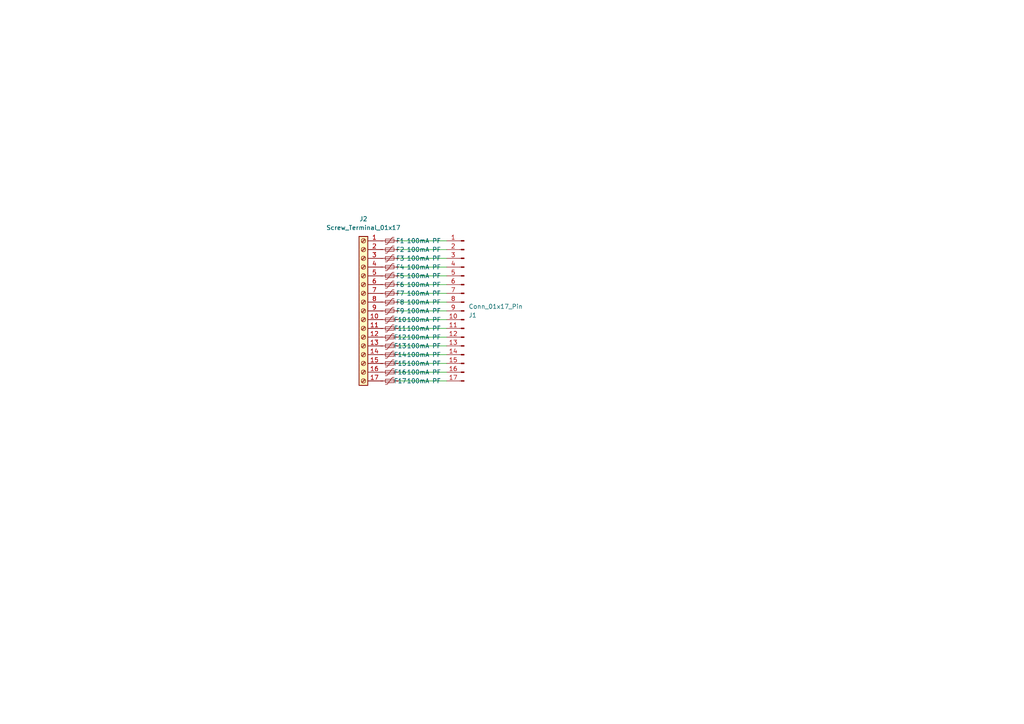
<source format=kicad_sch>
(kicad_sch (version 20250114) (generator "eeschema") (generator_version "9.0")
  (paper "A4")
  (lib_symbols
    (symbol "Connector:Conn_01x17_Pin" (pin_names (offset 1.016) (hide yes))
      (property "Reference" "J" (at 0 22.86 0))
      (property "Value" "Conn_01x17_Pin" (at 0 -22.86 0))
      (symbol "Conn_01x17_Pin_1_1"
        (rectangle (start 0.8636 20.447) (end 0 20.193) (stroke (width 0.1524)) (fill (type outline)))
        (rectangle (start 0.8636 17.907) (end 0 17.653) (stroke (width 0.1524)) (fill (type outline)))
        (rectangle (start 0.8636 15.367) (end 0 15.113) (stroke (width 0.1524)) (fill (type outline)))
        (rectangle (start 0.8636 12.827) (end 0 12.573) (stroke (width 0.1524)) (fill (type outline)))
        (rectangle (start 0.8636 10.287) (end 0 10.033) (stroke (width 0.1524)) (fill (type outline)))
        (rectangle (start 0.8636 7.747) (end 0 7.493) (stroke (width 0.1524)) (fill (type outline)))
        (rectangle (start 0.8636 5.207) (end 0 4.953) (stroke (width 0.1524)) (fill (type outline)))
        (rectangle (start 0.8636 2.667) (end 0 2.413) (stroke (width 0.1524)) (fill (type outline)))
        (rectangle (start 0.8636 0.127) (end 0 -0.127) (stroke (width 0.1524)) (fill (type outline)))
        (rectangle (start 0.8636 -2.413) (end 0 -2.667) (stroke (width 0.1524)) (fill (type outline)))
        (rectangle (start 0.8636 -4.953) (end 0 -5.207) (stroke (width 0.1524)) (fill (type outline)))
        (rectangle (start 0.8636 -7.493) (end 0 -7.747) (stroke (width 0.1524)) (fill (type outline)))
        (rectangle (start 0.8636 -10.033) (end 0 -10.287) (stroke (width 0.1524)) (fill (type outline)))
        (rectangle (start 0.8636 -12.573) (end 0 -12.827) (stroke (width 0.1524)) (fill (type outline)))
        (rectangle (start 0.8636 -15.113) (end 0 -15.367) (stroke (width 0.1524)) (fill (type outline)))
        (rectangle (start 0.8636 -17.653) (end 0 -17.907) (stroke (width 0.1524)) (fill (type outline)))
        (rectangle (start 0.8636 -20.193) (end 0 -20.447) (stroke (width 0.1524)) (fill (type outline)))
        (polyline (pts (xy 1.27 20.32) (xy 0.8636 20.32)) (stroke (width 0.1524)))
        (polyline (pts (xy 1.27 17.78) (xy 0.8636 17.78)) (stroke (width 0.1524)))
        (polyline (pts (xy 1.27 15.24) (xy 0.8636 15.24)) (stroke (width 0.1524)))
        (polyline (pts (xy 1.27 12.7) (xy 0.8636 12.7)) (stroke (width 0.1524)))
        (polyline (pts (xy 1.27 10.16) (xy 0.8636 10.16)) (stroke (width 0.1524)))
        (polyline (pts (xy 1.27 7.62) (xy 0.8636 7.62)) (stroke (width 0.1524)))
        (polyline (pts (xy 1.27 5.08) (xy 0.8636 5.08)) (stroke (width 0.1524)))
        (polyline (pts (xy 1.27 2.54) (xy 0.8636 2.54)) (stroke (width 0.1524)))
        (polyline (pts (xy 1.27 0) (xy 0.8636 0)) (stroke (width 0.1524)))
        (polyline (pts (xy 1.27 -2.54) (xy 0.8636 -2.54)) (stroke (width 0.1524)))
        (polyline (pts (xy 1.27 -5.08) (xy 0.8636 -5.08)) (stroke (width 0.1524)))
        (polyline (pts (xy 1.27 -7.62) (xy 0.8636 -7.62)) (stroke (width 0.1524)))
        (polyline (pts (xy 1.27 -10.16) (xy 0.8636 -10.16)) (stroke (width 0.1524)))
        (polyline (pts (xy 1.27 -12.7) (xy 0.8636 -12.7)) (stroke (width 0.1524)))
        (polyline (pts (xy 1.27 -15.24) (xy 0.8636 -15.24)) (stroke (width 0.1524)))
        (polyline (pts (xy 1.27 -17.78) (xy 0.8636 -17.78)) (stroke (width 0.1524)))
        (polyline (pts (xy 1.27 -20.32) (xy 0.8636 -20.32)) (stroke (width 0.1524)))
        (pin passive line (at 5.08 20.32 180) (length 3.81) (name "Pin_1") (number "1"))
        (pin passive line (at 5.08 17.78 180) (length 3.81) (name "Pin_2") (number "2"))
        (pin passive line (at 5.08 15.24 180) (length 3.81) (name "Pin_3") (number "3"))
        (pin passive line (at 5.08 12.7 180) (length 3.81) (name "Pin_4") (number "4"))
        (pin passive line (at 5.08 10.16 180) (length 3.81) (name "Pin_5") (number "5"))
        (pin passive line (at 5.08 7.62 180) (length 3.81) (name "Pin_6") (number "6"))
        (pin passive line (at 5.08 5.08 180) (length 3.81) (name "Pin_7") (number "7"))
        (pin passive line (at 5.08 2.54 180) (length 3.81) (name "Pin_8") (number "8"))
        (pin passive line (at 5.08 0 180) (length 3.81) (name "Pin_9") (number "9"))
        (pin passive line (at 5.08 -2.54 180) (length 3.81) (name "Pin_10") (number "10"))
        (pin passive line (at 5.08 -5.08 180) (length 3.81) (name "Pin_11") (number "11"))
        (pin passive line (at 5.08 -7.62 180) (length 3.81) (name "Pin_12") (number "12"))
        (pin passive line (at 5.08 -10.16 180) (length 3.81) (name "Pin_13") (number "13"))
        (pin passive line (at 5.08 -12.7 180) (length 3.81) (name "Pin_14") (number "14"))
        (pin passive line (at 5.08 -15.24 180) (length 3.81) (name "Pin_15") (number "15"))
        (pin passive line (at 5.08 -17.78 180) (length 3.81) (name "Pin_16") (number "16"))
        (pin passive line (at 5.08 -20.32 180) (length 3.81) (name "Pin_17") (number "17"))
      )
    )
    (symbol "Connector:Screw_Terminal_01x17" (pin_names (offset 1.016) (hide yes))
      (property "Reference" "J" (at 0 22.86 0))
      (property "Value" "Screw_Terminal_01x17" (at 0 -22.86 0))
      (symbol "Screw_Terminal_01x17_1_1"
        (rectangle (start -1.27 21.59) (end 1.27 -21.59) (stroke (width 0.254)) (fill (type background)))
        (polyline (pts (xy -0.5334 20.6502) (xy 0.3302 19.812)) (stroke (width 0.1524)))
        (polyline (pts (xy -0.5334 18.1102) (xy 0.3302 17.272)) (stroke (width 0.1524)))
        (polyline (pts (xy -0.5334 15.5702) (xy 0.3302 14.732)) (stroke (width 0.1524)))
        (polyline (pts (xy -0.5334 13.0302) (xy 0.3302 12.192)) (stroke (width 0.1524)))
        (polyline (pts (xy -0.5334 10.4902) (xy 0.3302 9.652)) (stroke (width 0.1524)))
        (polyline (pts (xy -0.5334 7.9502) (xy 0.3302 7.112)) (stroke (width 0.1524)))
        (polyline (pts (xy -0.5334 5.4102) (xy 0.3302 4.572)) (stroke (width 0.1524)))
        (polyline (pts (xy -0.5334 2.8702) (xy 0.3302 2.032)) (stroke (width 0.1524)))
        (polyline (pts (xy -0.5334 0.3302) (xy 0.3302 -0.508)) (stroke (width 0.1524)))
        (polyline (pts (xy -0.5334 -2.2098) (xy 0.3302 -3.048)) (stroke (width 0.1524)))
        (polyline (pts (xy -0.5334 -4.7498) (xy 0.3302 -5.588)) (stroke (width 0.1524)))
        (polyline (pts (xy -0.5334 -7.2898) (xy 0.3302 -8.128)) (stroke (width 0.1524)))
        (polyline (pts (xy -0.5334 -9.8298) (xy 0.3302 -10.668)) (stroke (width 0.1524)))
        (polyline (pts (xy -0.5334 -12.3698) (xy 0.3302 -13.208)) (stroke (width 0.1524)))
        (polyline (pts (xy -0.5334 -14.9098) (xy 0.3302 -15.748)) (stroke (width 0.1524)))
        (polyline (pts (xy -0.5334 -17.4498) (xy 0.3302 -18.288)) (stroke (width 0.1524)))
        (polyline (pts (xy -0.5334 -19.9898) (xy 0.3302 -20.828)) (stroke (width 0.1524)))
        (polyline (pts (xy -0.3556 20.828) (xy 0.508 19.9898)) (stroke (width 0.1524)))
        (polyline (pts (xy -0.3556 18.288) (xy 0.508 17.4498)) (stroke (width 0.1524)))
        (polyline (pts (xy -0.3556 15.748) (xy 0.508 14.9098)) (stroke (width 0.1524)))
        (polyline (pts (xy -0.3556 13.208) (xy 0.508 12.3698)) (stroke (width 0.1524)))
        (polyline (pts (xy -0.3556 10.668) (xy 0.508 9.8298)) (stroke (width 0.1524)))
        (polyline (pts (xy -0.3556 8.128) (xy 0.508 7.2898)) (stroke (width 0.1524)))
        (polyline (pts (xy -0.3556 5.588) (xy 0.508 4.7498)) (stroke (width 0.1524)))
        (polyline (pts (xy -0.3556 3.048) (xy 0.508 2.2098)) (stroke (width 0.1524)))
        (polyline (pts (xy -0.3556 0.508) (xy 0.508 -0.3302)) (stroke (width 0.1524)))
        (polyline (pts (xy -0.3556 -2.032) (xy 0.508 -2.8702)) (stroke (width 0.1524)))
        (polyline (pts (xy -0.3556 -4.572) (xy 0.508 -5.4102)) (stroke (width 0.1524)))
        (polyline (pts (xy -0.3556 -7.112) (xy 0.508 -7.9502)) (stroke (width 0.1524)))
        (polyline (pts (xy -0.3556 -9.652) (xy 0.508 -10.4902)) (stroke (width 0.1524)))
        (polyline (pts (xy -0.3556 -12.192) (xy 0.508 -13.0302)) (stroke (width 0.1524)))
        (polyline (pts (xy -0.3556 -14.732) (xy 0.508 -15.5702)) (stroke (width 0.1524)))
        (polyline (pts (xy -0.3556 -17.272) (xy 0.508 -18.1102)) (stroke (width 0.1524)))
        (polyline (pts (xy -0.3556 -19.812) (xy 0.508 -20.6502)) (stroke (width 0.1524)))
        (circle (center 0 20.32) (radius 0.635) (stroke (width 0.1524)))
        (circle (center 0 17.78) (radius 0.635) (stroke (width 0.1524)))
        (circle (center 0 15.24) (radius 0.635) (stroke (width 0.1524)))
        (circle (center 0 12.7) (radius 0.635) (stroke (width 0.1524)))
        (circle (center 0 10.16) (radius 0.635) (stroke (width 0.1524)))
        (circle (center 0 7.62) (radius 0.635) (stroke (width 0.1524)))
        (circle (center 0 5.08) (radius 0.635) (stroke (width 0.1524)))
        (circle (center 0 2.54) (radius 0.635) (stroke (width 0.1524)))
        (circle (center 0 0) (radius 0.635) (stroke (width 0.1524)))
        (circle (center 0 -2.54) (radius 0.635) (stroke (width 0.1524)))
        (circle (center 0 -5.08) (radius 0.635) (stroke (width 0.1524)))
        (circle (center 0 -7.62) (radius 0.635) (stroke (width 0.1524)))
        (circle (center 0 -10.16) (radius 0.635) (stroke (width 0.1524)))
        (circle (center 0 -12.7) (radius 0.635) (stroke (width 0.1524)))
        (circle (center 0 -15.24) (radius 0.635) (stroke (width 0.1524)))
        (circle (center 0 -17.78) (radius 0.635) (stroke (width 0.1524)))
        (circle (center 0 -20.32) (radius 0.635) (stroke (width 0.1524)))
        (pin passive line (at -5.08 20.32 0) (length 3.81) (name "Pin_1") (number "1"))
        (pin passive line (at -5.08 17.78 0) (length 3.81) (name "Pin_2") (number "2"))
        (pin passive line (at -5.08 15.24 0) (length 3.81) (name "Pin_3") (number "3"))
        (pin passive line (at -5.08 12.7 0) (length 3.81) (name "Pin_4") (number "4"))
        (pin passive line (at -5.08 10.16 0) (length 3.81) (name "Pin_5") (number "5"))
        (pin passive line (at -5.08 7.62 0) (length 3.81) (name "Pin_6") (number "6"))
        (pin passive line (at -5.08 5.08 0) (length 3.81) (name "Pin_7") (number "7"))
        (pin passive line (at -5.08 2.54 0) (length 3.81) (name "Pin_8") (number "8"))
        (pin passive line (at -5.08 0 0) (length 3.81) (name "Pin_9") (number "9"))
        (pin passive line (at -5.08 -2.54 0) (length 3.81) (name "Pin_10") (number "10"))
        (pin passive line (at -5.08 -5.08 0) (length 3.81) (name "Pin_11") (number "11"))
        (pin passive line (at -5.08 -7.62 0) (length 3.81) (name "Pin_12") (number "12"))
        (pin passive line (at -5.08 -10.16 0) (length 3.81) (name "Pin_13") (number "13"))
        (pin passive line (at -5.08 -12.7 0) (length 3.81) (name "Pin_14") (number "14"))
        (pin passive line (at -5.08 -15.24 0) (length 3.81) (name "Pin_15") (number "15"))
        (pin passive line (at -5.08 -17.78 0) (length 3.81) (name "Pin_16") (number "16"))
        (pin passive line (at -5.08 -20.32 0) (length 3.81) (name "Pin_17") (number "17"))
      )
    )
    (symbol "Device:Polyfuse_Small" (pin_numbers (hide yes)) (pin_names (offset 0))
      (property "Reference" "F" (at -1.905 0 90))
      (property "Value" "Polyfuse_Small" (at 1.905 0 90))
      (symbol "Polyfuse_Small_0_1"
        (polyline (pts (xy -1.016 1.27) (xy -1.016 0.762) (xy 1.016 -0.762) (xy 1.016 -1.27)))
        (rectangle (start -0.508 1.27) (end 0.508 -1.27))
        (polyline (pts (xy 0 2.54) (xy 0 -2.54)))
      )
      (symbol "Polyfuse_Small_1_1"
        (pin passive line (at 0 2.54 270) (length 0.635) (name "~") (number "1"))
        (pin passive line (at 0 -2.54 90) (length 0.635) (name "~") (number "2"))
      )
    )
  )
  (wire (pts (xy 115.57 85.09) (xy 129.54 85.09)))
  (wire (pts (xy 115.57 69.85) (xy 129.54 69.85)))
  (wire (pts (xy 115.57 74.93) (xy 129.54 74.93)))
  (wire (pts (xy 115.57 72.39) (xy 129.54 72.39)))
  (wire (pts (xy 115.57 87.63) (xy 129.54 87.63)))
  (wire (pts (xy 115.57 97.79) (xy 129.54 97.79)))
  (wire (pts (xy 115.57 102.87) (xy 129.54 102.87)))
  (wire (pts (xy 115.57 110.49) (xy 129.54 110.49)))
  (wire (pts (xy 115.57 92.71) (xy 129.54 92.71)))
  (wire (pts (xy 115.57 77.47) (xy 129.54 77.47)))
  (wire (pts (xy 115.57 80.01) (xy 129.54 80.01)))
  (wire (pts (xy 115.57 107.95) (xy 129.54 107.95)))
  (wire (pts (xy 115.57 100.33) (xy 129.54 100.33)))
  (wire (pts (xy 115.57 90.17) (xy 129.54 90.17)))
  (wire (pts (xy 115.57 82.55) (xy 129.54 82.55)))
  (wire (pts (xy 115.57 95.25) (xy 129.54 95.25)))
  (wire (pts (xy 115.57 105.41) (xy 129.54 105.41)))
  (symbol (lib_id "Device:Polyfuse_Small") (at 113.03 100.33 90) (unit 1)
    (property "Reference" "F13" (at 116.078 100.33 90))
    (property "Value" "100mA PF" (at 122.936 100.33 90))
    (property "Footprint" "Fuse:Fuse_0603_1608Metric" (effects (hide yes)))
    (property "Description" "8R at trip" (effects (hide yes)))
    (property "LCSC" "C369142" (effects (hide yes)))
  )
  (symbol (lib_id "Device:Polyfuse_Small") (at 113.03 110.49 90) (unit 1)
    (property "Reference" "F17" (at 116.078 110.49 90))
    (property "Value" "100mA PF" (at 122.936 110.49 90))
    (property "Footprint" "Fuse:Fuse_0603_1608Metric" (effects (hide yes)))
    (property "Description" "8R at trip" (effects (hide yes)))
    (property "LCSC" "C369142" (effects (hide yes)))
  )
  (symbol (lib_id "Device:Polyfuse_Small") (at 113.03 74.93 90) (unit 1)
    (property "Reference" "F3" (at 116.078 74.93 90))
    (property "Value" "100mA PF" (at 122.936 74.93 90))
    (property "Footprint" "Fuse:Fuse_0603_1608Metric" (effects (hide yes)))
    (property "Description" "8R at trip" (effects (hide yes)))
    (property "LCSC" "C369142" (effects (hide yes)))
  )
  (symbol (lib_id "Device:Polyfuse_Small") (at 113.03 90.17 90) (unit 1)
    (property "Reference" "F9" (at 116.078 90.17 90))
    (property "Value" "100mA PF" (at 122.936 90.17 90))
    (property "Footprint" "Fuse:Fuse_0603_1608Metric" (effects (hide yes)))
    (property "Description" "8R at trip" (effects (hide yes)))
    (property "LCSC" "C369142" (effects (hide yes)))
  )
  (symbol (lib_id "Device:Polyfuse_Small") (at 113.03 77.47 90) (unit 1)
    (property "Reference" "F4" (at 116.078 77.47 90))
    (property "Value" "100mA PF" (at 122.936 77.47 90))
    (property "Footprint" "Fuse:Fuse_0603_1608Metric" (effects (hide yes)))
    (property "Description" "8R at trip" (effects (hide yes)))
    (property "LCSC" "C369142" (effects (hide yes)))
  )
  (symbol (lib_id "Device:Polyfuse_Small") (at 113.03 72.39 90) (unit 1)
    (property "Reference" "F2" (at 116.078 72.39 90))
    (property "Value" "100mA PF" (at 122.936 72.39 90))
    (property "Footprint" "Fuse:Fuse_0603_1608Metric" (effects (hide yes)))
    (property "Description" "8R at trip" (effects (hide yes)))
    (property "LCSC" "C369142" (effects (hide yes)))
  )
  (symbol (lib_id "Device:Polyfuse_Small") (at 113.03 82.55 90) (unit 1)
    (property "Reference" "F6" (at 116.078 82.55 90))
    (property "Value" "100mA PF" (at 122.936 82.55 90))
    (property "Footprint" "Fuse:Fuse_0603_1608Metric" (effects (hide yes)))
    (property "Description" "8R at trip" (effects (hide yes)))
    (property "LCSC" "C369142" (effects (hide yes)))
  )
  (symbol (lib_id "Device:Polyfuse_Small") (at 113.03 92.71 90) (unit 1)
    (property "Reference" "F10" (at 116.078 92.71 90))
    (property "Value" "100mA PF" (at 122.936 92.71 90))
    (property "Footprint" "Fuse:Fuse_0603_1608Metric" (effects (hide yes)))
    (property "Description" "8R at trip" (effects (hide yes)))
    (property "LCSC" "C369142" (effects (hide yes)))
  )
  (symbol (lib_id "Connector:Screw_Terminal_01x17") (at 105.41 90.17 0) (mirror y) (unit 1)
    (property "Reference" "J2" (at 105.41 63.5 0))
    (property "Value" "Screw_Terminal_01x17" (at 105.41 66.04 0))
    (property "Footprint" "fuseboard:C430372" (effects (hide yes)))
    (property "Description" "Generic screw terminal, single row, 01x17, script generated (kicad-library-utils/schlib/autogen/connector/)" (effects (hide yes)))
    (property "LCSC" "C430372" (effects (hide yes)))
  )
  (symbol (lib_id "Device:Polyfuse_Small") (at 113.03 105.41 90) (unit 1)
    (property "Reference" "F15" (at 116.078 105.41 90))
    (property "Value" "100mA PF" (at 122.936 105.41 90))
    (property "Footprint" "Fuse:Fuse_0603_1608Metric" (effects (hide yes)))
    (property "Description" "8R at trip" (effects (hide yes)))
    (property "LCSC" "C369142" (effects (hide yes)))
  )
  (symbol (lib_id "Connector:Conn_01x17_Pin") (at 134.62 90.17 0) (mirror y) (unit 1) (in_bom no)
    (property "Reference" "J1" (at 135.89 91.4401 0) (effects (justify right)))
    (property "Value" "Conn_01x17_Pin" (at 135.89 88.9001 0) (effects (justify right)))
    (property "Footprint" "Connector_PinHeader_2.54mm:PinHeader_1x17_P2.54mm_Vertical" (effects (hide yes)))
    (property "Description" "Generic connector, single row, 01x17, script generated" (effects (hide yes)))
  )
  (symbol (lib_id "Device:Polyfuse_Small") (at 113.03 102.87 90) (unit 1)
    (property "Reference" "F14" (at 116.078 102.87 90))
    (property "Value" "100mA PF" (at 122.936 102.87 90))
    (property "Footprint" "Fuse:Fuse_0603_1608Metric" (effects (hide yes)))
    (property "Description" "8R at trip" (effects (hide yes)))
    (property "LCSC" "C369142" (effects (hide yes)))
  )
  (symbol (lib_id "Device:Polyfuse_Small") (at 113.03 80.01 90) (unit 1)
    (property "Reference" "F5" (at 116.078 80.01 90))
    (property "Value" "100mA PF" (at 122.936 80.01 90))
    (property "Footprint" "Fuse:Fuse_0603_1608Metric" (effects (hide yes)))
    (property "Description" "8R at trip" (effects (hide yes)))
    (property "LCSC" "C369142" (effects (hide yes)))
  )
  (symbol (lib_id "Device:Polyfuse_Small") (at 113.03 85.09 90) (unit 1)
    (property "Reference" "F7" (at 116.078 85.09 90))
    (property "Value" "100mA PF" (at 122.936 85.09 90))
    (property "Footprint" "Fuse:Fuse_0603_1608Metric" (effects (hide yes)))
    (property "Description" "8R at trip" (effects (hide yes)))
    (property "LCSC" "C369142" (effects (hide yes)))
  )
  (symbol (lib_id "Device:Polyfuse_Small") (at 113.03 87.63 90) (unit 1)
    (property "Reference" "F8" (at 116.078 87.63 90))
    (property "Value" "100mA PF" (at 122.936 87.63 90))
    (property "Footprint" "Fuse:Fuse_0603_1608Metric" (effects (hide yes)))
    (property "Description" "8R at trip" (effects (hide yes)))
    (property "LCSC" "C369142" (effects (hide yes)))
  )
  (symbol (lib_id "Device:Polyfuse_Small") (at 113.03 97.79 90) (unit 1)
    (property "Reference" "F12" (at 116.078 97.79 90))
    (property "Value" "100mA PF" (at 122.936 97.79 90))
    (property "Footprint" "Fuse:Fuse_0603_1608Metric" (effects (hide yes)))
    (property "Description" "8R at trip" (effects (hide yes)))
    (property "LCSC" "C369142" (effects (hide yes)))
  )
  (symbol (lib_id "Device:Polyfuse_Small") (at 113.03 69.85 90) (unit 1)
    (property "Reference" "F1" (at 116.078 69.85 90))
    (property "Value" "100mA PF" (at 122.936 69.85 90))
    (property "Footprint" "Fuse:Fuse_0603_1608Metric" (effects (hide yes)))
    (property "Description" "8R at trip" (effects (hide yes)))
    (property "LCSC" "C369142" (effects (hide yes)))
  )
  (symbol (lib_id "Device:Polyfuse_Small") (at 113.03 95.25 90) (unit 1)
    (property "Reference" "F11" (at 116.078 95.25 90))
    (property "Value" "100mA PF" (at 122.936 95.25 90))
    (property "Footprint" "Fuse:Fuse_0603_1608Metric" (effects (hide yes)))
    (property "Description" "8R at trip" (effects (hide yes)))
    (property "LCSC" "C369142" (effects (hide yes)))
  )
  (symbol (lib_id "Device:Polyfuse_Small") (at 113.03 107.95 90) (unit 1)
    (property "Reference" "F16" (at 116.078 107.95 90))
    (property "Value" "100mA PF" (at 122.936 107.95 90))
    (property "Footprint" "Fuse:Fuse_0603_1608Metric" (effects (hide yes)))
    (property "Description" "8R at trip" (effects (hide yes)))
    (property "LCSC" "C369142" (effects (hide yes)))
  )
)
</source>
